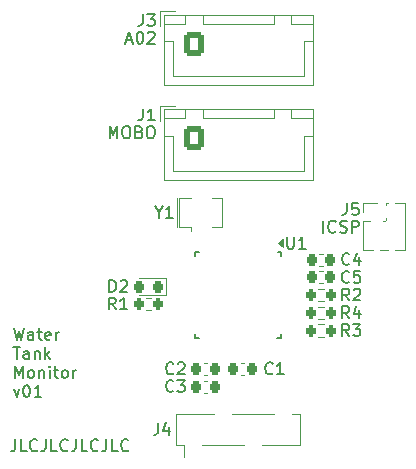
<source format=gbr>
%TF.GenerationSoftware,KiCad,Pcbnew,8.0.4*%
%TF.CreationDate,2024-08-09T19:06:39+02:00*%
%TF.ProjectId,Water Tank Monitor,57617465-7220-4546-916e-6b204d6f6e69,rev?*%
%TF.SameCoordinates,Original*%
%TF.FileFunction,Legend,Top*%
%TF.FilePolarity,Positive*%
%FSLAX46Y46*%
G04 Gerber Fmt 4.6, Leading zero omitted, Abs format (unit mm)*
G04 Created by KiCad (PCBNEW 8.0.4) date 2024-08-09 19:06:39*
%MOMM*%
%LPD*%
G01*
G04 APERTURE LIST*
G04 Aperture macros list*
%AMRoundRect*
0 Rectangle with rounded corners*
0 $1 Rounding radius*
0 $2 $3 $4 $5 $6 $7 $8 $9 X,Y pos of 4 corners*
0 Add a 4 corners polygon primitive as box body*
4,1,4,$2,$3,$4,$5,$6,$7,$8,$9,$2,$3,0*
0 Add four circle primitives for the rounded corners*
1,1,$1+$1,$2,$3*
1,1,$1+$1,$4,$5*
1,1,$1+$1,$6,$7*
1,1,$1+$1,$8,$9*
0 Add four rect primitives between the rounded corners*
20,1,$1+$1,$2,$3,$4,$5,0*
20,1,$1+$1,$4,$5,$6,$7,0*
20,1,$1+$1,$6,$7,$8,$9,0*
20,1,$1+$1,$8,$9,$2,$3,0*%
G04 Aperture macros list end*
%ADD10C,0.150000*%
%ADD11C,0.120000*%
%ADD12C,1.000000*%
%ADD13RoundRect,0.200000X-0.200000X-0.275000X0.200000X-0.275000X0.200000X0.275000X-0.200000X0.275000X0*%
%ADD14RoundRect,0.250000X-0.600000X-0.725000X0.600000X-0.725000X0.600000X0.725000X-0.600000X0.725000X0*%
%ADD15O,1.700000X1.950000*%
%ADD16RoundRect,0.225000X-0.225000X-0.250000X0.225000X-0.250000X0.225000X0.250000X-0.225000X0.250000X0*%
%ADD17RoundRect,0.225000X0.225000X0.250000X-0.225000X0.250000X-0.225000X-0.250000X0.225000X-0.250000X0*%
%ADD18R,0.550000X1.600000*%
%ADD19R,1.600000X0.550000*%
%ADD20R,0.400000X1.900000*%
%ADD21R,1.020000X1.780000*%
%ADD22RoundRect,0.218750X0.218750X0.256250X-0.218750X0.256250X-0.218750X-0.256250X0.218750X-0.256250X0*%
%ADD23RoundRect,0.200000X0.200000X0.275000X-0.200000X0.275000X-0.200000X-0.275000X0.200000X-0.275000X0*%
G04 APERTURE END LIST*
D10*
X121122493Y-94204819D02*
X121122493Y-94919104D01*
X121122493Y-94919104D02*
X121074874Y-95061961D01*
X121074874Y-95061961D02*
X120979636Y-95157200D01*
X120979636Y-95157200D02*
X120836779Y-95204819D01*
X120836779Y-95204819D02*
X120741541Y-95204819D01*
X122074874Y-95204819D02*
X121598684Y-95204819D01*
X121598684Y-95204819D02*
X121598684Y-94204819D01*
X122979636Y-95109580D02*
X122932017Y-95157200D01*
X122932017Y-95157200D02*
X122789160Y-95204819D01*
X122789160Y-95204819D02*
X122693922Y-95204819D01*
X122693922Y-95204819D02*
X122551065Y-95157200D01*
X122551065Y-95157200D02*
X122455827Y-95061961D01*
X122455827Y-95061961D02*
X122408208Y-94966723D01*
X122408208Y-94966723D02*
X122360589Y-94776247D01*
X122360589Y-94776247D02*
X122360589Y-94633390D01*
X122360589Y-94633390D02*
X122408208Y-94442914D01*
X122408208Y-94442914D02*
X122455827Y-94347676D01*
X122455827Y-94347676D02*
X122551065Y-94252438D01*
X122551065Y-94252438D02*
X122693922Y-94204819D01*
X122693922Y-94204819D02*
X122789160Y-94204819D01*
X122789160Y-94204819D02*
X122932017Y-94252438D01*
X122932017Y-94252438D02*
X122979636Y-94300057D01*
X123693922Y-94204819D02*
X123693922Y-94919104D01*
X123693922Y-94919104D02*
X123646303Y-95061961D01*
X123646303Y-95061961D02*
X123551065Y-95157200D01*
X123551065Y-95157200D02*
X123408208Y-95204819D01*
X123408208Y-95204819D02*
X123312970Y-95204819D01*
X124646303Y-95204819D02*
X124170113Y-95204819D01*
X124170113Y-95204819D02*
X124170113Y-94204819D01*
X125551065Y-95109580D02*
X125503446Y-95157200D01*
X125503446Y-95157200D02*
X125360589Y-95204819D01*
X125360589Y-95204819D02*
X125265351Y-95204819D01*
X125265351Y-95204819D02*
X125122494Y-95157200D01*
X125122494Y-95157200D02*
X125027256Y-95061961D01*
X125027256Y-95061961D02*
X124979637Y-94966723D01*
X124979637Y-94966723D02*
X124932018Y-94776247D01*
X124932018Y-94776247D02*
X124932018Y-94633390D01*
X124932018Y-94633390D02*
X124979637Y-94442914D01*
X124979637Y-94442914D02*
X125027256Y-94347676D01*
X125027256Y-94347676D02*
X125122494Y-94252438D01*
X125122494Y-94252438D02*
X125265351Y-94204819D01*
X125265351Y-94204819D02*
X125360589Y-94204819D01*
X125360589Y-94204819D02*
X125503446Y-94252438D01*
X125503446Y-94252438D02*
X125551065Y-94300057D01*
X126265351Y-94204819D02*
X126265351Y-94919104D01*
X126265351Y-94919104D02*
X126217732Y-95061961D01*
X126217732Y-95061961D02*
X126122494Y-95157200D01*
X126122494Y-95157200D02*
X125979637Y-95204819D01*
X125979637Y-95204819D02*
X125884399Y-95204819D01*
X127217732Y-95204819D02*
X126741542Y-95204819D01*
X126741542Y-95204819D02*
X126741542Y-94204819D01*
X128122494Y-95109580D02*
X128074875Y-95157200D01*
X128074875Y-95157200D02*
X127932018Y-95204819D01*
X127932018Y-95204819D02*
X127836780Y-95204819D01*
X127836780Y-95204819D02*
X127693923Y-95157200D01*
X127693923Y-95157200D02*
X127598685Y-95061961D01*
X127598685Y-95061961D02*
X127551066Y-94966723D01*
X127551066Y-94966723D02*
X127503447Y-94776247D01*
X127503447Y-94776247D02*
X127503447Y-94633390D01*
X127503447Y-94633390D02*
X127551066Y-94442914D01*
X127551066Y-94442914D02*
X127598685Y-94347676D01*
X127598685Y-94347676D02*
X127693923Y-94252438D01*
X127693923Y-94252438D02*
X127836780Y-94204819D01*
X127836780Y-94204819D02*
X127932018Y-94204819D01*
X127932018Y-94204819D02*
X128074875Y-94252438D01*
X128074875Y-94252438D02*
X128122494Y-94300057D01*
X128836780Y-94204819D02*
X128836780Y-94919104D01*
X128836780Y-94919104D02*
X128789161Y-95061961D01*
X128789161Y-95061961D02*
X128693923Y-95157200D01*
X128693923Y-95157200D02*
X128551066Y-95204819D01*
X128551066Y-95204819D02*
X128455828Y-95204819D01*
X129789161Y-95204819D02*
X129312971Y-95204819D01*
X129312971Y-95204819D02*
X129312971Y-94204819D01*
X130693923Y-95109580D02*
X130646304Y-95157200D01*
X130646304Y-95157200D02*
X130503447Y-95204819D01*
X130503447Y-95204819D02*
X130408209Y-95204819D01*
X130408209Y-95204819D02*
X130265352Y-95157200D01*
X130265352Y-95157200D02*
X130170114Y-95061961D01*
X130170114Y-95061961D02*
X130122495Y-94966723D01*
X130122495Y-94966723D02*
X130074876Y-94776247D01*
X130074876Y-94776247D02*
X130074876Y-94633390D01*
X130074876Y-94633390D02*
X130122495Y-94442914D01*
X130122495Y-94442914D02*
X130170114Y-94347676D01*
X130170114Y-94347676D02*
X130265352Y-94252438D01*
X130265352Y-94252438D02*
X130408209Y-94204819D01*
X130408209Y-94204819D02*
X130503447Y-94204819D01*
X130503447Y-94204819D02*
X130646304Y-94252438D01*
X130646304Y-94252438D02*
X130693923Y-94300057D01*
X130529887Y-60419104D02*
X131006077Y-60419104D01*
X130434649Y-60704819D02*
X130767982Y-59704819D01*
X130767982Y-59704819D02*
X131101315Y-60704819D01*
X131625125Y-59704819D02*
X131720363Y-59704819D01*
X131720363Y-59704819D02*
X131815601Y-59752438D01*
X131815601Y-59752438D02*
X131863220Y-59800057D01*
X131863220Y-59800057D02*
X131910839Y-59895295D01*
X131910839Y-59895295D02*
X131958458Y-60085771D01*
X131958458Y-60085771D02*
X131958458Y-60323866D01*
X131958458Y-60323866D02*
X131910839Y-60514342D01*
X131910839Y-60514342D02*
X131863220Y-60609580D01*
X131863220Y-60609580D02*
X131815601Y-60657200D01*
X131815601Y-60657200D02*
X131720363Y-60704819D01*
X131720363Y-60704819D02*
X131625125Y-60704819D01*
X131625125Y-60704819D02*
X131529887Y-60657200D01*
X131529887Y-60657200D02*
X131482268Y-60609580D01*
X131482268Y-60609580D02*
X131434649Y-60514342D01*
X131434649Y-60514342D02*
X131387030Y-60323866D01*
X131387030Y-60323866D02*
X131387030Y-60085771D01*
X131387030Y-60085771D02*
X131434649Y-59895295D01*
X131434649Y-59895295D02*
X131482268Y-59800057D01*
X131482268Y-59800057D02*
X131529887Y-59752438D01*
X131529887Y-59752438D02*
X131625125Y-59704819D01*
X132339411Y-59800057D02*
X132387030Y-59752438D01*
X132387030Y-59752438D02*
X132482268Y-59704819D01*
X132482268Y-59704819D02*
X132720363Y-59704819D01*
X132720363Y-59704819D02*
X132815601Y-59752438D01*
X132815601Y-59752438D02*
X132863220Y-59800057D01*
X132863220Y-59800057D02*
X132910839Y-59895295D01*
X132910839Y-59895295D02*
X132910839Y-59990533D01*
X132910839Y-59990533D02*
X132863220Y-60133390D01*
X132863220Y-60133390D02*
X132291792Y-60704819D01*
X132291792Y-60704819D02*
X132910839Y-60704819D01*
X120991541Y-84789903D02*
X121229636Y-85789903D01*
X121229636Y-85789903D02*
X121420112Y-85075617D01*
X121420112Y-85075617D02*
X121610588Y-85789903D01*
X121610588Y-85789903D02*
X121848684Y-84789903D01*
X122658207Y-85789903D02*
X122658207Y-85266093D01*
X122658207Y-85266093D02*
X122610588Y-85170855D01*
X122610588Y-85170855D02*
X122515350Y-85123236D01*
X122515350Y-85123236D02*
X122324874Y-85123236D01*
X122324874Y-85123236D02*
X122229636Y-85170855D01*
X122658207Y-85742284D02*
X122562969Y-85789903D01*
X122562969Y-85789903D02*
X122324874Y-85789903D01*
X122324874Y-85789903D02*
X122229636Y-85742284D01*
X122229636Y-85742284D02*
X122182017Y-85647045D01*
X122182017Y-85647045D02*
X122182017Y-85551807D01*
X122182017Y-85551807D02*
X122229636Y-85456569D01*
X122229636Y-85456569D02*
X122324874Y-85408950D01*
X122324874Y-85408950D02*
X122562969Y-85408950D01*
X122562969Y-85408950D02*
X122658207Y-85361331D01*
X122991541Y-85123236D02*
X123372493Y-85123236D01*
X123134398Y-84789903D02*
X123134398Y-85647045D01*
X123134398Y-85647045D02*
X123182017Y-85742284D01*
X123182017Y-85742284D02*
X123277255Y-85789903D01*
X123277255Y-85789903D02*
X123372493Y-85789903D01*
X124086779Y-85742284D02*
X123991541Y-85789903D01*
X123991541Y-85789903D02*
X123801065Y-85789903D01*
X123801065Y-85789903D02*
X123705827Y-85742284D01*
X123705827Y-85742284D02*
X123658208Y-85647045D01*
X123658208Y-85647045D02*
X123658208Y-85266093D01*
X123658208Y-85266093D02*
X123705827Y-85170855D01*
X123705827Y-85170855D02*
X123801065Y-85123236D01*
X123801065Y-85123236D02*
X123991541Y-85123236D01*
X123991541Y-85123236D02*
X124086779Y-85170855D01*
X124086779Y-85170855D02*
X124134398Y-85266093D01*
X124134398Y-85266093D02*
X124134398Y-85361331D01*
X124134398Y-85361331D02*
X123658208Y-85456569D01*
X124562970Y-85789903D02*
X124562970Y-85123236D01*
X124562970Y-85313712D02*
X124610589Y-85218474D01*
X124610589Y-85218474D02*
X124658208Y-85170855D01*
X124658208Y-85170855D02*
X124753446Y-85123236D01*
X124753446Y-85123236D02*
X124848684Y-85123236D01*
X120943922Y-86399847D02*
X121515350Y-86399847D01*
X121229636Y-87399847D02*
X121229636Y-86399847D01*
X122277255Y-87399847D02*
X122277255Y-86876037D01*
X122277255Y-86876037D02*
X122229636Y-86780799D01*
X122229636Y-86780799D02*
X122134398Y-86733180D01*
X122134398Y-86733180D02*
X121943922Y-86733180D01*
X121943922Y-86733180D02*
X121848684Y-86780799D01*
X122277255Y-87352228D02*
X122182017Y-87399847D01*
X122182017Y-87399847D02*
X121943922Y-87399847D01*
X121943922Y-87399847D02*
X121848684Y-87352228D01*
X121848684Y-87352228D02*
X121801065Y-87256989D01*
X121801065Y-87256989D02*
X121801065Y-87161751D01*
X121801065Y-87161751D02*
X121848684Y-87066513D01*
X121848684Y-87066513D02*
X121943922Y-87018894D01*
X121943922Y-87018894D02*
X122182017Y-87018894D01*
X122182017Y-87018894D02*
X122277255Y-86971275D01*
X122753446Y-86733180D02*
X122753446Y-87399847D01*
X122753446Y-86828418D02*
X122801065Y-86780799D01*
X122801065Y-86780799D02*
X122896303Y-86733180D01*
X122896303Y-86733180D02*
X123039160Y-86733180D01*
X123039160Y-86733180D02*
X123134398Y-86780799D01*
X123134398Y-86780799D02*
X123182017Y-86876037D01*
X123182017Y-86876037D02*
X123182017Y-87399847D01*
X123658208Y-87399847D02*
X123658208Y-86399847D01*
X123753446Y-87018894D02*
X124039160Y-87399847D01*
X124039160Y-86733180D02*
X123658208Y-87114132D01*
X121086779Y-89009791D02*
X121086779Y-88009791D01*
X121086779Y-88009791D02*
X121420112Y-88724076D01*
X121420112Y-88724076D02*
X121753445Y-88009791D01*
X121753445Y-88009791D02*
X121753445Y-89009791D01*
X122372493Y-89009791D02*
X122277255Y-88962172D01*
X122277255Y-88962172D02*
X122229636Y-88914552D01*
X122229636Y-88914552D02*
X122182017Y-88819314D01*
X122182017Y-88819314D02*
X122182017Y-88533600D01*
X122182017Y-88533600D02*
X122229636Y-88438362D01*
X122229636Y-88438362D02*
X122277255Y-88390743D01*
X122277255Y-88390743D02*
X122372493Y-88343124D01*
X122372493Y-88343124D02*
X122515350Y-88343124D01*
X122515350Y-88343124D02*
X122610588Y-88390743D01*
X122610588Y-88390743D02*
X122658207Y-88438362D01*
X122658207Y-88438362D02*
X122705826Y-88533600D01*
X122705826Y-88533600D02*
X122705826Y-88819314D01*
X122705826Y-88819314D02*
X122658207Y-88914552D01*
X122658207Y-88914552D02*
X122610588Y-88962172D01*
X122610588Y-88962172D02*
X122515350Y-89009791D01*
X122515350Y-89009791D02*
X122372493Y-89009791D01*
X123134398Y-88343124D02*
X123134398Y-89009791D01*
X123134398Y-88438362D02*
X123182017Y-88390743D01*
X123182017Y-88390743D02*
X123277255Y-88343124D01*
X123277255Y-88343124D02*
X123420112Y-88343124D01*
X123420112Y-88343124D02*
X123515350Y-88390743D01*
X123515350Y-88390743D02*
X123562969Y-88485981D01*
X123562969Y-88485981D02*
X123562969Y-89009791D01*
X124039160Y-89009791D02*
X124039160Y-88343124D01*
X124039160Y-88009791D02*
X123991541Y-88057410D01*
X123991541Y-88057410D02*
X124039160Y-88105029D01*
X124039160Y-88105029D02*
X124086779Y-88057410D01*
X124086779Y-88057410D02*
X124039160Y-88009791D01*
X124039160Y-88009791D02*
X124039160Y-88105029D01*
X124372493Y-88343124D02*
X124753445Y-88343124D01*
X124515350Y-88009791D02*
X124515350Y-88866933D01*
X124515350Y-88866933D02*
X124562969Y-88962172D01*
X124562969Y-88962172D02*
X124658207Y-89009791D01*
X124658207Y-89009791D02*
X124753445Y-89009791D01*
X125229636Y-89009791D02*
X125134398Y-88962172D01*
X125134398Y-88962172D02*
X125086779Y-88914552D01*
X125086779Y-88914552D02*
X125039160Y-88819314D01*
X125039160Y-88819314D02*
X125039160Y-88533600D01*
X125039160Y-88533600D02*
X125086779Y-88438362D01*
X125086779Y-88438362D02*
X125134398Y-88390743D01*
X125134398Y-88390743D02*
X125229636Y-88343124D01*
X125229636Y-88343124D02*
X125372493Y-88343124D01*
X125372493Y-88343124D02*
X125467731Y-88390743D01*
X125467731Y-88390743D02*
X125515350Y-88438362D01*
X125515350Y-88438362D02*
X125562969Y-88533600D01*
X125562969Y-88533600D02*
X125562969Y-88819314D01*
X125562969Y-88819314D02*
X125515350Y-88914552D01*
X125515350Y-88914552D02*
X125467731Y-88962172D01*
X125467731Y-88962172D02*
X125372493Y-89009791D01*
X125372493Y-89009791D02*
X125229636Y-89009791D01*
X125991541Y-89009791D02*
X125991541Y-88343124D01*
X125991541Y-88533600D02*
X126039160Y-88438362D01*
X126039160Y-88438362D02*
X126086779Y-88390743D01*
X126086779Y-88390743D02*
X126182017Y-88343124D01*
X126182017Y-88343124D02*
X126277255Y-88343124D01*
X120991541Y-89953068D02*
X121229636Y-90619735D01*
X121229636Y-90619735D02*
X121467731Y-89953068D01*
X122039160Y-89619735D02*
X122134398Y-89619735D01*
X122134398Y-89619735D02*
X122229636Y-89667354D01*
X122229636Y-89667354D02*
X122277255Y-89714973D01*
X122277255Y-89714973D02*
X122324874Y-89810211D01*
X122324874Y-89810211D02*
X122372493Y-90000687D01*
X122372493Y-90000687D02*
X122372493Y-90238782D01*
X122372493Y-90238782D02*
X122324874Y-90429258D01*
X122324874Y-90429258D02*
X122277255Y-90524496D01*
X122277255Y-90524496D02*
X122229636Y-90572116D01*
X122229636Y-90572116D02*
X122134398Y-90619735D01*
X122134398Y-90619735D02*
X122039160Y-90619735D01*
X122039160Y-90619735D02*
X121943922Y-90572116D01*
X121943922Y-90572116D02*
X121896303Y-90524496D01*
X121896303Y-90524496D02*
X121848684Y-90429258D01*
X121848684Y-90429258D02*
X121801065Y-90238782D01*
X121801065Y-90238782D02*
X121801065Y-90000687D01*
X121801065Y-90000687D02*
X121848684Y-89810211D01*
X121848684Y-89810211D02*
X121896303Y-89714973D01*
X121896303Y-89714973D02*
X121943922Y-89667354D01*
X121943922Y-89667354D02*
X122039160Y-89619735D01*
X123324874Y-90619735D02*
X122753446Y-90619735D01*
X123039160Y-90619735D02*
X123039160Y-89619735D01*
X123039160Y-89619735D02*
X122943922Y-89762592D01*
X122943922Y-89762592D02*
X122848684Y-89857830D01*
X122848684Y-89857830D02*
X122753446Y-89905449D01*
X129101316Y-68704819D02*
X129101316Y-67704819D01*
X129101316Y-67704819D02*
X129434649Y-68419104D01*
X129434649Y-68419104D02*
X129767982Y-67704819D01*
X129767982Y-67704819D02*
X129767982Y-68704819D01*
X130434649Y-67704819D02*
X130625125Y-67704819D01*
X130625125Y-67704819D02*
X130720363Y-67752438D01*
X130720363Y-67752438D02*
X130815601Y-67847676D01*
X130815601Y-67847676D02*
X130863220Y-68038152D01*
X130863220Y-68038152D02*
X130863220Y-68371485D01*
X130863220Y-68371485D02*
X130815601Y-68561961D01*
X130815601Y-68561961D02*
X130720363Y-68657200D01*
X130720363Y-68657200D02*
X130625125Y-68704819D01*
X130625125Y-68704819D02*
X130434649Y-68704819D01*
X130434649Y-68704819D02*
X130339411Y-68657200D01*
X130339411Y-68657200D02*
X130244173Y-68561961D01*
X130244173Y-68561961D02*
X130196554Y-68371485D01*
X130196554Y-68371485D02*
X130196554Y-68038152D01*
X130196554Y-68038152D02*
X130244173Y-67847676D01*
X130244173Y-67847676D02*
X130339411Y-67752438D01*
X130339411Y-67752438D02*
X130434649Y-67704819D01*
X131625125Y-68181009D02*
X131767982Y-68228628D01*
X131767982Y-68228628D02*
X131815601Y-68276247D01*
X131815601Y-68276247D02*
X131863220Y-68371485D01*
X131863220Y-68371485D02*
X131863220Y-68514342D01*
X131863220Y-68514342D02*
X131815601Y-68609580D01*
X131815601Y-68609580D02*
X131767982Y-68657200D01*
X131767982Y-68657200D02*
X131672744Y-68704819D01*
X131672744Y-68704819D02*
X131291792Y-68704819D01*
X131291792Y-68704819D02*
X131291792Y-67704819D01*
X131291792Y-67704819D02*
X131625125Y-67704819D01*
X131625125Y-67704819D02*
X131720363Y-67752438D01*
X131720363Y-67752438D02*
X131767982Y-67800057D01*
X131767982Y-67800057D02*
X131815601Y-67895295D01*
X131815601Y-67895295D02*
X131815601Y-67990533D01*
X131815601Y-67990533D02*
X131767982Y-68085771D01*
X131767982Y-68085771D02*
X131720363Y-68133390D01*
X131720363Y-68133390D02*
X131625125Y-68181009D01*
X131625125Y-68181009D02*
X131291792Y-68181009D01*
X132482268Y-67704819D02*
X132672744Y-67704819D01*
X132672744Y-67704819D02*
X132767982Y-67752438D01*
X132767982Y-67752438D02*
X132863220Y-67847676D01*
X132863220Y-67847676D02*
X132910839Y-68038152D01*
X132910839Y-68038152D02*
X132910839Y-68371485D01*
X132910839Y-68371485D02*
X132863220Y-68561961D01*
X132863220Y-68561961D02*
X132767982Y-68657200D01*
X132767982Y-68657200D02*
X132672744Y-68704819D01*
X132672744Y-68704819D02*
X132482268Y-68704819D01*
X132482268Y-68704819D02*
X132387030Y-68657200D01*
X132387030Y-68657200D02*
X132291792Y-68561961D01*
X132291792Y-68561961D02*
X132244173Y-68371485D01*
X132244173Y-68371485D02*
X132244173Y-68038152D01*
X132244173Y-68038152D02*
X132291792Y-67847676D01*
X132291792Y-67847676D02*
X132387030Y-67752438D01*
X132387030Y-67752438D02*
X132482268Y-67704819D01*
X149190839Y-74204819D02*
X149190839Y-74919104D01*
X149190839Y-74919104D02*
X149143220Y-75061961D01*
X149143220Y-75061961D02*
X149047982Y-75157200D01*
X149047982Y-75157200D02*
X148905125Y-75204819D01*
X148905125Y-75204819D02*
X148809887Y-75204819D01*
X150143220Y-74204819D02*
X149667030Y-74204819D01*
X149667030Y-74204819D02*
X149619411Y-74681009D01*
X149619411Y-74681009D02*
X149667030Y-74633390D01*
X149667030Y-74633390D02*
X149762268Y-74585771D01*
X149762268Y-74585771D02*
X150000363Y-74585771D01*
X150000363Y-74585771D02*
X150095601Y-74633390D01*
X150095601Y-74633390D02*
X150143220Y-74681009D01*
X150143220Y-74681009D02*
X150190839Y-74776247D01*
X150190839Y-74776247D02*
X150190839Y-75014342D01*
X150190839Y-75014342D02*
X150143220Y-75109580D01*
X150143220Y-75109580D02*
X150095601Y-75157200D01*
X150095601Y-75157200D02*
X150000363Y-75204819D01*
X150000363Y-75204819D02*
X149762268Y-75204819D01*
X149762268Y-75204819D02*
X149667030Y-75157200D01*
X149667030Y-75157200D02*
X149619411Y-75109580D01*
X147190840Y-76704819D02*
X147190840Y-75704819D01*
X148238458Y-76609580D02*
X148190839Y-76657200D01*
X148190839Y-76657200D02*
X148047982Y-76704819D01*
X148047982Y-76704819D02*
X147952744Y-76704819D01*
X147952744Y-76704819D02*
X147809887Y-76657200D01*
X147809887Y-76657200D02*
X147714649Y-76561961D01*
X147714649Y-76561961D02*
X147667030Y-76466723D01*
X147667030Y-76466723D02*
X147619411Y-76276247D01*
X147619411Y-76276247D02*
X147619411Y-76133390D01*
X147619411Y-76133390D02*
X147667030Y-75942914D01*
X147667030Y-75942914D02*
X147714649Y-75847676D01*
X147714649Y-75847676D02*
X147809887Y-75752438D01*
X147809887Y-75752438D02*
X147952744Y-75704819D01*
X147952744Y-75704819D02*
X148047982Y-75704819D01*
X148047982Y-75704819D02*
X148190839Y-75752438D01*
X148190839Y-75752438D02*
X148238458Y-75800057D01*
X148619411Y-76657200D02*
X148762268Y-76704819D01*
X148762268Y-76704819D02*
X149000363Y-76704819D01*
X149000363Y-76704819D02*
X149095601Y-76657200D01*
X149095601Y-76657200D02*
X149143220Y-76609580D01*
X149143220Y-76609580D02*
X149190839Y-76514342D01*
X149190839Y-76514342D02*
X149190839Y-76419104D01*
X149190839Y-76419104D02*
X149143220Y-76323866D01*
X149143220Y-76323866D02*
X149095601Y-76276247D01*
X149095601Y-76276247D02*
X149000363Y-76228628D01*
X149000363Y-76228628D02*
X148809887Y-76181009D01*
X148809887Y-76181009D02*
X148714649Y-76133390D01*
X148714649Y-76133390D02*
X148667030Y-76085771D01*
X148667030Y-76085771D02*
X148619411Y-75990533D01*
X148619411Y-75990533D02*
X148619411Y-75895295D01*
X148619411Y-75895295D02*
X148667030Y-75800057D01*
X148667030Y-75800057D02*
X148714649Y-75752438D01*
X148714649Y-75752438D02*
X148809887Y-75704819D01*
X148809887Y-75704819D02*
X149047982Y-75704819D01*
X149047982Y-75704819D02*
X149190839Y-75752438D01*
X149619411Y-76704819D02*
X149619411Y-75704819D01*
X149619411Y-75704819D02*
X150000363Y-75704819D01*
X150000363Y-75704819D02*
X150095601Y-75752438D01*
X150095601Y-75752438D02*
X150143220Y-75800057D01*
X150143220Y-75800057D02*
X150190839Y-75895295D01*
X150190839Y-75895295D02*
X150190839Y-76038152D01*
X150190839Y-76038152D02*
X150143220Y-76133390D01*
X150143220Y-76133390D02*
X150095601Y-76181009D01*
X150095601Y-76181009D02*
X150000363Y-76228628D01*
X150000363Y-76228628D02*
X149619411Y-76228628D01*
X149383207Y-85454819D02*
X149049874Y-84978628D01*
X148811779Y-85454819D02*
X148811779Y-84454819D01*
X148811779Y-84454819D02*
X149192731Y-84454819D01*
X149192731Y-84454819D02*
X149287969Y-84502438D01*
X149287969Y-84502438D02*
X149335588Y-84550057D01*
X149335588Y-84550057D02*
X149383207Y-84645295D01*
X149383207Y-84645295D02*
X149383207Y-84788152D01*
X149383207Y-84788152D02*
X149335588Y-84883390D01*
X149335588Y-84883390D02*
X149287969Y-84931009D01*
X149287969Y-84931009D02*
X149192731Y-84978628D01*
X149192731Y-84978628D02*
X148811779Y-84978628D01*
X149716541Y-84454819D02*
X150335588Y-84454819D01*
X150335588Y-84454819D02*
X150002255Y-84835771D01*
X150002255Y-84835771D02*
X150145112Y-84835771D01*
X150145112Y-84835771D02*
X150240350Y-84883390D01*
X150240350Y-84883390D02*
X150287969Y-84931009D01*
X150287969Y-84931009D02*
X150335588Y-85026247D01*
X150335588Y-85026247D02*
X150335588Y-85264342D01*
X150335588Y-85264342D02*
X150287969Y-85359580D01*
X150287969Y-85359580D02*
X150240350Y-85407200D01*
X150240350Y-85407200D02*
X150145112Y-85454819D01*
X150145112Y-85454819D02*
X149859398Y-85454819D01*
X149859398Y-85454819D02*
X149764160Y-85407200D01*
X149764160Y-85407200D02*
X149716541Y-85359580D01*
X131910839Y-66204819D02*
X131910839Y-66919104D01*
X131910839Y-66919104D02*
X131863220Y-67061961D01*
X131863220Y-67061961D02*
X131767982Y-67157200D01*
X131767982Y-67157200D02*
X131625125Y-67204819D01*
X131625125Y-67204819D02*
X131529887Y-67204819D01*
X132910839Y-67204819D02*
X132339411Y-67204819D01*
X132625125Y-67204819D02*
X132625125Y-66204819D01*
X132625125Y-66204819D02*
X132529887Y-66347676D01*
X132529887Y-66347676D02*
X132434649Y-66442914D01*
X132434649Y-66442914D02*
X132339411Y-66490533D01*
X134508458Y-90109580D02*
X134460839Y-90157200D01*
X134460839Y-90157200D02*
X134317982Y-90204819D01*
X134317982Y-90204819D02*
X134222744Y-90204819D01*
X134222744Y-90204819D02*
X134079887Y-90157200D01*
X134079887Y-90157200D02*
X133984649Y-90061961D01*
X133984649Y-90061961D02*
X133937030Y-89966723D01*
X133937030Y-89966723D02*
X133889411Y-89776247D01*
X133889411Y-89776247D02*
X133889411Y-89633390D01*
X133889411Y-89633390D02*
X133937030Y-89442914D01*
X133937030Y-89442914D02*
X133984649Y-89347676D01*
X133984649Y-89347676D02*
X134079887Y-89252438D01*
X134079887Y-89252438D02*
X134222744Y-89204819D01*
X134222744Y-89204819D02*
X134317982Y-89204819D01*
X134317982Y-89204819D02*
X134460839Y-89252438D01*
X134460839Y-89252438D02*
X134508458Y-89300057D01*
X134841792Y-89204819D02*
X135460839Y-89204819D01*
X135460839Y-89204819D02*
X135127506Y-89585771D01*
X135127506Y-89585771D02*
X135270363Y-89585771D01*
X135270363Y-89585771D02*
X135365601Y-89633390D01*
X135365601Y-89633390D02*
X135413220Y-89681009D01*
X135413220Y-89681009D02*
X135460839Y-89776247D01*
X135460839Y-89776247D02*
X135460839Y-90014342D01*
X135460839Y-90014342D02*
X135413220Y-90109580D01*
X135413220Y-90109580D02*
X135365601Y-90157200D01*
X135365601Y-90157200D02*
X135270363Y-90204819D01*
X135270363Y-90204819D02*
X134984649Y-90204819D01*
X134984649Y-90204819D02*
X134889411Y-90157200D01*
X134889411Y-90157200D02*
X134841792Y-90109580D01*
X129620958Y-83204819D02*
X129287625Y-82728628D01*
X129049530Y-83204819D02*
X129049530Y-82204819D01*
X129049530Y-82204819D02*
X129430482Y-82204819D01*
X129430482Y-82204819D02*
X129525720Y-82252438D01*
X129525720Y-82252438D02*
X129573339Y-82300057D01*
X129573339Y-82300057D02*
X129620958Y-82395295D01*
X129620958Y-82395295D02*
X129620958Y-82538152D01*
X129620958Y-82538152D02*
X129573339Y-82633390D01*
X129573339Y-82633390D02*
X129525720Y-82681009D01*
X129525720Y-82681009D02*
X129430482Y-82728628D01*
X129430482Y-82728628D02*
X129049530Y-82728628D01*
X130573339Y-83204819D02*
X130001911Y-83204819D01*
X130287625Y-83204819D02*
X130287625Y-82204819D01*
X130287625Y-82204819D02*
X130192387Y-82347676D01*
X130192387Y-82347676D02*
X130097149Y-82442914D01*
X130097149Y-82442914D02*
X130001911Y-82490533D01*
X149408207Y-79359580D02*
X149360588Y-79407200D01*
X149360588Y-79407200D02*
X149217731Y-79454819D01*
X149217731Y-79454819D02*
X149122493Y-79454819D01*
X149122493Y-79454819D02*
X148979636Y-79407200D01*
X148979636Y-79407200D02*
X148884398Y-79311961D01*
X148884398Y-79311961D02*
X148836779Y-79216723D01*
X148836779Y-79216723D02*
X148789160Y-79026247D01*
X148789160Y-79026247D02*
X148789160Y-78883390D01*
X148789160Y-78883390D02*
X148836779Y-78692914D01*
X148836779Y-78692914D02*
X148884398Y-78597676D01*
X148884398Y-78597676D02*
X148979636Y-78502438D01*
X148979636Y-78502438D02*
X149122493Y-78454819D01*
X149122493Y-78454819D02*
X149217731Y-78454819D01*
X149217731Y-78454819D02*
X149360588Y-78502438D01*
X149360588Y-78502438D02*
X149408207Y-78550057D01*
X150265350Y-78788152D02*
X150265350Y-79454819D01*
X150027255Y-78407200D02*
X149789160Y-79121485D01*
X149789160Y-79121485D02*
X150408207Y-79121485D01*
X131910839Y-58204819D02*
X131910839Y-58919104D01*
X131910839Y-58919104D02*
X131863220Y-59061961D01*
X131863220Y-59061961D02*
X131767982Y-59157200D01*
X131767982Y-59157200D02*
X131625125Y-59204819D01*
X131625125Y-59204819D02*
X131529887Y-59204819D01*
X132291792Y-58204819D02*
X132910839Y-58204819D01*
X132910839Y-58204819D02*
X132577506Y-58585771D01*
X132577506Y-58585771D02*
X132720363Y-58585771D01*
X132720363Y-58585771D02*
X132815601Y-58633390D01*
X132815601Y-58633390D02*
X132863220Y-58681009D01*
X132863220Y-58681009D02*
X132910839Y-58776247D01*
X132910839Y-58776247D02*
X132910839Y-59014342D01*
X132910839Y-59014342D02*
X132863220Y-59109580D01*
X132863220Y-59109580D02*
X132815601Y-59157200D01*
X132815601Y-59157200D02*
X132720363Y-59204819D01*
X132720363Y-59204819D02*
X132434649Y-59204819D01*
X132434649Y-59204819D02*
X132339411Y-59157200D01*
X132339411Y-59157200D02*
X132291792Y-59109580D01*
X149383207Y-83954819D02*
X149049874Y-83478628D01*
X148811779Y-83954819D02*
X148811779Y-82954819D01*
X148811779Y-82954819D02*
X149192731Y-82954819D01*
X149192731Y-82954819D02*
X149287969Y-83002438D01*
X149287969Y-83002438D02*
X149335588Y-83050057D01*
X149335588Y-83050057D02*
X149383207Y-83145295D01*
X149383207Y-83145295D02*
X149383207Y-83288152D01*
X149383207Y-83288152D02*
X149335588Y-83383390D01*
X149335588Y-83383390D02*
X149287969Y-83431009D01*
X149287969Y-83431009D02*
X149192731Y-83478628D01*
X149192731Y-83478628D02*
X148811779Y-83478628D01*
X150240350Y-83288152D02*
X150240350Y-83954819D01*
X150002255Y-82907200D02*
X149764160Y-83621485D01*
X149764160Y-83621485D02*
X150383207Y-83621485D01*
X142908207Y-88609580D02*
X142860588Y-88657200D01*
X142860588Y-88657200D02*
X142717731Y-88704819D01*
X142717731Y-88704819D02*
X142622493Y-88704819D01*
X142622493Y-88704819D02*
X142479636Y-88657200D01*
X142479636Y-88657200D02*
X142384398Y-88561961D01*
X142384398Y-88561961D02*
X142336779Y-88466723D01*
X142336779Y-88466723D02*
X142289160Y-88276247D01*
X142289160Y-88276247D02*
X142289160Y-88133390D01*
X142289160Y-88133390D02*
X142336779Y-87942914D01*
X142336779Y-87942914D02*
X142384398Y-87847676D01*
X142384398Y-87847676D02*
X142479636Y-87752438D01*
X142479636Y-87752438D02*
X142622493Y-87704819D01*
X142622493Y-87704819D02*
X142717731Y-87704819D01*
X142717731Y-87704819D02*
X142860588Y-87752438D01*
X142860588Y-87752438D02*
X142908207Y-87800057D01*
X143860588Y-88704819D02*
X143289160Y-88704819D01*
X143574874Y-88704819D02*
X143574874Y-87704819D01*
X143574874Y-87704819D02*
X143479636Y-87847676D01*
X143479636Y-87847676D02*
X143384398Y-87942914D01*
X143384398Y-87942914D02*
X143289160Y-87990533D01*
X144136779Y-77054819D02*
X144136779Y-77864342D01*
X144136779Y-77864342D02*
X144184398Y-77959580D01*
X144184398Y-77959580D02*
X144232017Y-78007200D01*
X144232017Y-78007200D02*
X144327255Y-78054819D01*
X144327255Y-78054819D02*
X144517731Y-78054819D01*
X144517731Y-78054819D02*
X144612969Y-78007200D01*
X144612969Y-78007200D02*
X144660588Y-77959580D01*
X144660588Y-77959580D02*
X144708207Y-77864342D01*
X144708207Y-77864342D02*
X144708207Y-77054819D01*
X145708207Y-78054819D02*
X145136779Y-78054819D01*
X145422493Y-78054819D02*
X145422493Y-77054819D01*
X145422493Y-77054819D02*
X145327255Y-77197676D01*
X145327255Y-77197676D02*
X145232017Y-77292914D01*
X145232017Y-77292914D02*
X145136779Y-77340533D01*
X133270363Y-74978628D02*
X133270363Y-75454819D01*
X132937030Y-74454819D02*
X133270363Y-74978628D01*
X133270363Y-74978628D02*
X133603696Y-74454819D01*
X134460839Y-75454819D02*
X133889411Y-75454819D01*
X134175125Y-75454819D02*
X134175125Y-74454819D01*
X134175125Y-74454819D02*
X134079887Y-74597676D01*
X134079887Y-74597676D02*
X133984649Y-74692914D01*
X133984649Y-74692914D02*
X133889411Y-74740533D01*
X133210839Y-92829819D02*
X133210839Y-93544104D01*
X133210839Y-93544104D02*
X133163220Y-93686961D01*
X133163220Y-93686961D02*
X133067982Y-93782200D01*
X133067982Y-93782200D02*
X132925125Y-93829819D01*
X132925125Y-93829819D02*
X132829887Y-93829819D01*
X134115601Y-93163152D02*
X134115601Y-93829819D01*
X133877506Y-92782200D02*
X133639411Y-93496485D01*
X133639411Y-93496485D02*
X134258458Y-93496485D01*
X129087030Y-81729819D02*
X129087030Y-80729819D01*
X129087030Y-80729819D02*
X129325125Y-80729819D01*
X129325125Y-80729819D02*
X129467982Y-80777438D01*
X129467982Y-80777438D02*
X129563220Y-80872676D01*
X129563220Y-80872676D02*
X129610839Y-80967914D01*
X129610839Y-80967914D02*
X129658458Y-81158390D01*
X129658458Y-81158390D02*
X129658458Y-81301247D01*
X129658458Y-81301247D02*
X129610839Y-81491723D01*
X129610839Y-81491723D02*
X129563220Y-81586961D01*
X129563220Y-81586961D02*
X129467982Y-81682200D01*
X129467982Y-81682200D02*
X129325125Y-81729819D01*
X129325125Y-81729819D02*
X129087030Y-81729819D01*
X130039411Y-80825057D02*
X130087030Y-80777438D01*
X130087030Y-80777438D02*
X130182268Y-80729819D01*
X130182268Y-80729819D02*
X130420363Y-80729819D01*
X130420363Y-80729819D02*
X130515601Y-80777438D01*
X130515601Y-80777438D02*
X130563220Y-80825057D01*
X130563220Y-80825057D02*
X130610839Y-80920295D01*
X130610839Y-80920295D02*
X130610839Y-81015533D01*
X130610839Y-81015533D02*
X130563220Y-81158390D01*
X130563220Y-81158390D02*
X129991792Y-81729819D01*
X129991792Y-81729819D02*
X130610839Y-81729819D01*
X149383207Y-80859580D02*
X149335588Y-80907200D01*
X149335588Y-80907200D02*
X149192731Y-80954819D01*
X149192731Y-80954819D02*
X149097493Y-80954819D01*
X149097493Y-80954819D02*
X148954636Y-80907200D01*
X148954636Y-80907200D02*
X148859398Y-80811961D01*
X148859398Y-80811961D02*
X148811779Y-80716723D01*
X148811779Y-80716723D02*
X148764160Y-80526247D01*
X148764160Y-80526247D02*
X148764160Y-80383390D01*
X148764160Y-80383390D02*
X148811779Y-80192914D01*
X148811779Y-80192914D02*
X148859398Y-80097676D01*
X148859398Y-80097676D02*
X148954636Y-80002438D01*
X148954636Y-80002438D02*
X149097493Y-79954819D01*
X149097493Y-79954819D02*
X149192731Y-79954819D01*
X149192731Y-79954819D02*
X149335588Y-80002438D01*
X149335588Y-80002438D02*
X149383207Y-80050057D01*
X150287969Y-79954819D02*
X149811779Y-79954819D01*
X149811779Y-79954819D02*
X149764160Y-80431009D01*
X149764160Y-80431009D02*
X149811779Y-80383390D01*
X149811779Y-80383390D02*
X149907017Y-80335771D01*
X149907017Y-80335771D02*
X150145112Y-80335771D01*
X150145112Y-80335771D02*
X150240350Y-80383390D01*
X150240350Y-80383390D02*
X150287969Y-80431009D01*
X150287969Y-80431009D02*
X150335588Y-80526247D01*
X150335588Y-80526247D02*
X150335588Y-80764342D01*
X150335588Y-80764342D02*
X150287969Y-80859580D01*
X150287969Y-80859580D02*
X150240350Y-80907200D01*
X150240350Y-80907200D02*
X150145112Y-80954819D01*
X150145112Y-80954819D02*
X149907017Y-80954819D01*
X149907017Y-80954819D02*
X149811779Y-80907200D01*
X149811779Y-80907200D02*
X149764160Y-80859580D01*
X149383207Y-82454819D02*
X149049874Y-81978628D01*
X148811779Y-82454819D02*
X148811779Y-81454819D01*
X148811779Y-81454819D02*
X149192731Y-81454819D01*
X149192731Y-81454819D02*
X149287969Y-81502438D01*
X149287969Y-81502438D02*
X149335588Y-81550057D01*
X149335588Y-81550057D02*
X149383207Y-81645295D01*
X149383207Y-81645295D02*
X149383207Y-81788152D01*
X149383207Y-81788152D02*
X149335588Y-81883390D01*
X149335588Y-81883390D02*
X149287969Y-81931009D01*
X149287969Y-81931009D02*
X149192731Y-81978628D01*
X149192731Y-81978628D02*
X148811779Y-81978628D01*
X149764160Y-81550057D02*
X149811779Y-81502438D01*
X149811779Y-81502438D02*
X149907017Y-81454819D01*
X149907017Y-81454819D02*
X150145112Y-81454819D01*
X150145112Y-81454819D02*
X150240350Y-81502438D01*
X150240350Y-81502438D02*
X150287969Y-81550057D01*
X150287969Y-81550057D02*
X150335588Y-81645295D01*
X150335588Y-81645295D02*
X150335588Y-81740533D01*
X150335588Y-81740533D02*
X150287969Y-81883390D01*
X150287969Y-81883390D02*
X149716541Y-82454819D01*
X149716541Y-82454819D02*
X150335588Y-82454819D01*
X134508458Y-88609580D02*
X134460839Y-88657200D01*
X134460839Y-88657200D02*
X134317982Y-88704819D01*
X134317982Y-88704819D02*
X134222744Y-88704819D01*
X134222744Y-88704819D02*
X134079887Y-88657200D01*
X134079887Y-88657200D02*
X133984649Y-88561961D01*
X133984649Y-88561961D02*
X133937030Y-88466723D01*
X133937030Y-88466723D02*
X133889411Y-88276247D01*
X133889411Y-88276247D02*
X133889411Y-88133390D01*
X133889411Y-88133390D02*
X133937030Y-87942914D01*
X133937030Y-87942914D02*
X133984649Y-87847676D01*
X133984649Y-87847676D02*
X134079887Y-87752438D01*
X134079887Y-87752438D02*
X134222744Y-87704819D01*
X134222744Y-87704819D02*
X134317982Y-87704819D01*
X134317982Y-87704819D02*
X134460839Y-87752438D01*
X134460839Y-87752438D02*
X134508458Y-87800057D01*
X134889411Y-87800057D02*
X134937030Y-87752438D01*
X134937030Y-87752438D02*
X135032268Y-87704819D01*
X135032268Y-87704819D02*
X135270363Y-87704819D01*
X135270363Y-87704819D02*
X135365601Y-87752438D01*
X135365601Y-87752438D02*
X135413220Y-87800057D01*
X135413220Y-87800057D02*
X135460839Y-87895295D01*
X135460839Y-87895295D02*
X135460839Y-87990533D01*
X135460839Y-87990533D02*
X135413220Y-88133390D01*
X135413220Y-88133390D02*
X134841792Y-88704819D01*
X134841792Y-88704819D02*
X135460839Y-88704819D01*
D11*
%TO.C,J5*%
X150600000Y-74165000D02*
X151730000Y-74165000D01*
X150600000Y-74925000D02*
X150600000Y-74165000D01*
X150600000Y-75685000D02*
X150600000Y-78160000D01*
X150600000Y-75685000D02*
X151166529Y-75685000D01*
X150600000Y-78160000D02*
X151422470Y-78160000D01*
X152037530Y-78160000D02*
X152692470Y-78160000D01*
X152293471Y-75685000D02*
X152436529Y-75685000D01*
X152490000Y-74230000D02*
X152692470Y-74230000D01*
X152490000Y-74361529D02*
X152490000Y-74230000D01*
X152490000Y-75631529D02*
X152490000Y-75488471D01*
X153307530Y-74230000D02*
X154130000Y-74230000D01*
X153307530Y-78160000D02*
X154130000Y-78160000D01*
X154130000Y-74230000D02*
X154130000Y-78160000D01*
%TO.C,R3*%
X146762742Y-84477500D02*
X147237258Y-84477500D01*
X146762742Y-85522500D02*
X147237258Y-85522500D01*
%TO.C,J1*%
X133400000Y-65975000D02*
X133400000Y-67225000D01*
X133690000Y-66265000D02*
X133690000Y-72235000D01*
X133690000Y-72235000D02*
X146310000Y-72235000D01*
X133700000Y-66275000D02*
X133700000Y-67025000D01*
X133700000Y-67025000D02*
X135500000Y-67025000D01*
X133700000Y-68525000D02*
X134450000Y-68525000D01*
X134450000Y-68525000D02*
X134450000Y-71475000D01*
X134450000Y-71475000D02*
X140000000Y-71475000D01*
X134650000Y-65975000D02*
X133400000Y-65975000D01*
X135500000Y-66275000D02*
X133700000Y-66275000D01*
X135500000Y-67025000D02*
X135500000Y-66275000D01*
X137000000Y-66275000D02*
X137000000Y-67025000D01*
X137000000Y-67025000D02*
X143000000Y-67025000D01*
X143000000Y-66275000D02*
X137000000Y-66275000D01*
X143000000Y-67025000D02*
X143000000Y-66275000D01*
X144500000Y-66275000D02*
X144500000Y-67025000D01*
X144500000Y-67025000D02*
X146300000Y-67025000D01*
X145550000Y-68525000D02*
X145550000Y-71475000D01*
X145550000Y-71475000D02*
X140000000Y-71475000D01*
X146300000Y-66275000D02*
X144500000Y-66275000D01*
X146300000Y-67025000D02*
X146300000Y-66275000D01*
X146300000Y-68525000D02*
X145550000Y-68525000D01*
X146310000Y-66265000D02*
X133690000Y-66265000D01*
X146310000Y-72235000D02*
X146310000Y-66265000D01*
%TO.C,C3*%
X137084420Y-89290000D02*
X137365580Y-89290000D01*
X137084420Y-90310000D02*
X137365580Y-90310000D01*
%TO.C,R1*%
X132162742Y-82227500D02*
X132637258Y-82227500D01*
X132162742Y-83272500D02*
X132637258Y-83272500D01*
%TO.C,C4*%
X147140580Y-78490000D02*
X146859420Y-78490000D01*
X147140580Y-79510000D02*
X146859420Y-79510000D01*
%TO.C,J3*%
X133400000Y-57975000D02*
X133400000Y-59225000D01*
X133690000Y-58265000D02*
X133690000Y-64235000D01*
X133690000Y-64235000D02*
X146310000Y-64235000D01*
X133700000Y-58275000D02*
X133700000Y-59025000D01*
X133700000Y-59025000D02*
X135500000Y-59025000D01*
X133700000Y-60525000D02*
X134450000Y-60525000D01*
X134450000Y-60525000D02*
X134450000Y-63475000D01*
X134450000Y-63475000D02*
X140000000Y-63475000D01*
X134650000Y-57975000D02*
X133400000Y-57975000D01*
X135500000Y-58275000D02*
X133700000Y-58275000D01*
X135500000Y-59025000D02*
X135500000Y-58275000D01*
X137000000Y-58275000D02*
X137000000Y-59025000D01*
X137000000Y-59025000D02*
X143000000Y-59025000D01*
X143000000Y-58275000D02*
X137000000Y-58275000D01*
X143000000Y-59025000D02*
X143000000Y-58275000D01*
X144500000Y-58275000D02*
X144500000Y-59025000D01*
X144500000Y-59025000D02*
X146300000Y-59025000D01*
X145550000Y-60525000D02*
X145550000Y-63475000D01*
X145550000Y-63475000D02*
X140000000Y-63475000D01*
X146300000Y-58275000D02*
X144500000Y-58275000D01*
X146300000Y-59025000D02*
X146300000Y-58275000D01*
X146300000Y-60525000D02*
X145550000Y-60525000D01*
X146310000Y-58265000D02*
X133690000Y-58265000D01*
X146310000Y-64235000D02*
X146310000Y-58265000D01*
%TO.C,R4*%
X146762742Y-82977500D02*
X147237258Y-82977500D01*
X146762742Y-84022500D02*
X147237258Y-84022500D01*
%TO.C,C1*%
X140209420Y-87740000D02*
X140490580Y-87740000D01*
X140209420Y-88760000D02*
X140490580Y-88760000D01*
D10*
%TO.C,U1*%
X136375000Y-78350000D02*
X136375000Y-78675000D01*
X136375000Y-78350000D02*
X136700000Y-78350000D01*
X136375000Y-85600000D02*
X136375000Y-85275000D01*
X136375000Y-85600000D02*
X136700000Y-85600000D01*
X143625000Y-78350000D02*
X143400000Y-78350000D01*
X143625000Y-78350000D02*
X143625000Y-78675000D01*
X143625000Y-85600000D02*
X143300000Y-85600000D01*
X143625000Y-85600000D02*
X143625000Y-85275000D01*
D11*
X143810000Y-77925000D02*
X143340000Y-77585000D01*
X143810000Y-77245000D01*
X143810000Y-77925000D01*
G36*
X143810000Y-77925000D02*
G01*
X143340000Y-77585000D01*
X143810000Y-77245000D01*
X143810000Y-77925000D01*
G37*
%TO.C,Y1*%
X134800000Y-73800000D02*
X134800000Y-75800000D01*
X134800000Y-75800000D02*
X134800000Y-76200000D01*
X135000000Y-73800000D02*
X136000000Y-73800000D01*
X135000000Y-75800000D02*
X135000000Y-73800000D01*
X135000000Y-75800000D02*
X135000000Y-76200000D01*
X136000000Y-76200000D02*
X135000000Y-76200000D01*
X136000000Y-76200000D02*
X136000000Y-76600000D01*
X137800000Y-73800000D02*
X138600000Y-73800000D01*
X138600000Y-73800000D02*
X138600000Y-75800000D01*
X138600000Y-75800000D02*
X138600000Y-76200000D01*
X138600000Y-76200000D02*
X137800000Y-76200000D01*
%TO.C,J4*%
X134760000Y-92045000D02*
X137970000Y-92045000D01*
X134760000Y-94705000D02*
X134760000Y-92045000D01*
X134760000Y-94705000D02*
X135430000Y-94705000D01*
X135430000Y-95715000D02*
X135430000Y-94705000D01*
X136950000Y-94705000D02*
X140510000Y-94705000D01*
X139490000Y-92045000D02*
X143050000Y-92045000D01*
X142030000Y-94705000D02*
X145240000Y-94705000D01*
X144570000Y-92045000D02*
X145240000Y-92045000D01*
X145240000Y-94705000D02*
X145240000Y-92045000D01*
%TO.C,D2*%
X131600000Y-82010000D02*
X133885000Y-82010000D01*
X133885000Y-80540000D02*
X131600000Y-80540000D01*
X133885000Y-82010000D02*
X133885000Y-80540000D01*
%TO.C,C5*%
X146859420Y-79990000D02*
X147140580Y-79990000D01*
X146859420Y-81010000D02*
X147140580Y-81010000D01*
%TO.C,R2*%
X147237258Y-81477500D02*
X146762742Y-81477500D01*
X147237258Y-82522500D02*
X146762742Y-82522500D01*
%TO.C,C2*%
X137084419Y-87740000D02*
X137365581Y-87740000D01*
X137084419Y-88760000D02*
X137365581Y-88760000D01*
%TD*%
%LPC*%
D12*
%TO.C,J5*%
X151730000Y-74925000D03*
X153000000Y-74925000D03*
X151730000Y-76195000D03*
X153000000Y-76195000D03*
X151730000Y-77465000D03*
X153000000Y-77465000D03*
%TD*%
D13*
%TO.C,R3*%
X146175000Y-85000000D03*
X147825000Y-85000000D03*
%TD*%
D14*
%TO.C,J1*%
X136250000Y-68725000D03*
D15*
X138750000Y-68725000D03*
X141250000Y-68725000D03*
X143750000Y-68725000D03*
%TD*%
D16*
%TO.C,C3*%
X136450000Y-89800000D03*
X138000000Y-89800000D03*
%TD*%
D13*
%TO.C,R1*%
X131575000Y-82750000D03*
X133225000Y-82750000D03*
%TD*%
D17*
%TO.C,C4*%
X147775000Y-79000000D03*
X146225000Y-79000000D03*
%TD*%
D14*
%TO.C,J3*%
X136250000Y-60725000D03*
D15*
X138750000Y-60725000D03*
X141250000Y-60725000D03*
X143750000Y-60725000D03*
%TD*%
D13*
%TO.C,R4*%
X146175000Y-83500000D03*
X147825000Y-83500000D03*
%TD*%
D16*
%TO.C,C1*%
X139575000Y-88250000D03*
X141125000Y-88250000D03*
%TD*%
D18*
%TO.C,U1*%
X142800000Y-77725000D03*
X142000000Y-77725000D03*
X141200000Y-77725000D03*
X140400000Y-77725000D03*
X139600000Y-77725000D03*
X138800000Y-77725000D03*
X138000000Y-77725000D03*
X137200000Y-77725000D03*
D19*
X135750000Y-79175000D03*
X135750000Y-79975000D03*
X135750000Y-80775000D03*
X135750000Y-81575000D03*
X135750000Y-82375000D03*
X135750000Y-83175000D03*
X135750000Y-83975000D03*
X135750000Y-84775000D03*
D18*
X137200000Y-86225000D03*
X138000000Y-86225000D03*
X138800000Y-86225000D03*
X139600000Y-86225000D03*
X140400000Y-86225000D03*
X141200000Y-86225000D03*
X142000000Y-86225000D03*
X142800000Y-86225000D03*
D19*
X144250000Y-84775000D03*
X144250000Y-83975000D03*
X144250000Y-83175000D03*
X144250000Y-82375000D03*
X144250000Y-81575000D03*
X144250000Y-80775000D03*
X144250000Y-79975000D03*
X144250000Y-79175000D03*
%TD*%
D20*
%TO.C,Y1*%
X135600000Y-75000000D03*
X136800000Y-75000000D03*
X138000000Y-75000000D03*
%TD*%
D21*
%TO.C,J4*%
X136190000Y-94865000D03*
X138730000Y-91885000D03*
X141270000Y-94865000D03*
X143810000Y-91885000D03*
%TD*%
D22*
%TO.C,D2*%
X133187500Y-81275000D03*
X131612500Y-81275000D03*
%TD*%
D16*
%TO.C,C5*%
X146225000Y-80500000D03*
X147775000Y-80500000D03*
%TD*%
D23*
%TO.C,R2*%
X147825000Y-82000000D03*
X146175000Y-82000000D03*
%TD*%
D16*
%TO.C,C2*%
X136450000Y-88250000D03*
X138000000Y-88250000D03*
%TD*%
%LPD*%
M02*

</source>
